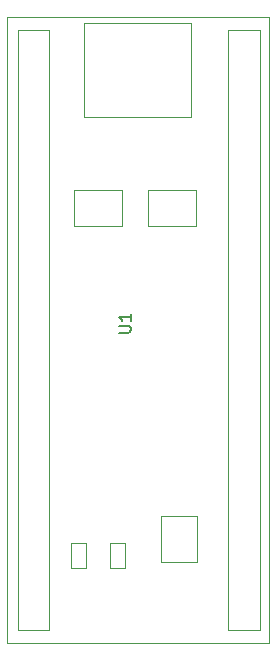
<source format=gbr>
%TF.GenerationSoftware,KiCad,Pcbnew,(6.0.6)*%
%TF.CreationDate,2022-08-26T12:21:53+07:00*%
%TF.ProjectId,test,74657374-2e6b-4696-9361-645f70636258,rev?*%
%TF.SameCoordinates,Original*%
%TF.FileFunction,Legend,Top*%
%TF.FilePolarity,Positive*%
%FSLAX46Y46*%
G04 Gerber Fmt 4.6, Leading zero omitted, Abs format (unit mm)*
G04 Created by KiCad (PCBNEW (6.0.6)) date 2022-08-26 12:21:53*
%MOMM*%
%LPD*%
G01*
G04 APERTURE LIST*
%ADD10C,0.150000*%
%ADD11C,0.120000*%
G04 APERTURE END LIST*
D10*
%TO.C,U1*%
X108799380Y-95376904D02*
X109608904Y-95376904D01*
X109704142Y-95329285D01*
X109751761Y-95281666D01*
X109799380Y-95186428D01*
X109799380Y-94995952D01*
X109751761Y-94900714D01*
X109704142Y-94853095D01*
X109608904Y-94805476D01*
X108799380Y-94805476D01*
X109799380Y-93805476D02*
X109799380Y-94376904D01*
X109799380Y-94091190D02*
X108799380Y-94091190D01*
X108942238Y-94186428D01*
X109037476Y-94281666D01*
X109085095Y-94376904D01*
D11*
X100243000Y-69723000D02*
X100243000Y-120571000D01*
X118050000Y-69723000D02*
X118050000Y-120571000D01*
X120710000Y-69723000D02*
X120710000Y-120571000D01*
X118050000Y-120571000D02*
X120710000Y-120571000D01*
X118050000Y-69723000D02*
X120710000Y-69723000D01*
X102903000Y-69723000D02*
X102903000Y-120571000D01*
X100243000Y-120571000D02*
X102903000Y-120571000D01*
X100243000Y-69723000D02*
X102903000Y-69723000D01*
X115443000Y-114808000D02*
X112395000Y-114808000D01*
X112395000Y-114808000D02*
X112395000Y-110871000D01*
X112395000Y-110871000D02*
X115443000Y-110871000D01*
X115443000Y-110871000D02*
X115443000Y-114808000D01*
X105863000Y-69123000D02*
X114863000Y-69123000D01*
X114863000Y-69123000D02*
X114863000Y-77123000D01*
X114863000Y-77123000D02*
X105863000Y-77123000D01*
X105863000Y-77123000D02*
X105863000Y-69123000D01*
X99349000Y-68623000D02*
X121539000Y-68623000D01*
X121539000Y-68623000D02*
X121539000Y-121623000D01*
X121539000Y-121623000D02*
X99349000Y-121623000D01*
X99349000Y-121623000D02*
X99349000Y-68623000D01*
X104775000Y-115316000D02*
X106045000Y-115316000D01*
X106045000Y-115316000D02*
X106045000Y-113157000D01*
X106045000Y-113157000D02*
X104775000Y-113157000D01*
X104775000Y-113157000D02*
X104775000Y-115316000D01*
X108077000Y-115316000D02*
X109347000Y-115316000D01*
X109347000Y-115316000D02*
X109347000Y-113157000D01*
X109347000Y-113157000D02*
X108077000Y-113157000D01*
X108077000Y-113157000D02*
X108077000Y-115316000D01*
X109093000Y-83312000D02*
X105029000Y-83312000D01*
X105029000Y-83312000D02*
X105029000Y-86360000D01*
X105029000Y-86360000D02*
X109093000Y-86360000D01*
X109093000Y-86360000D02*
X109093000Y-83312000D01*
X115316000Y-83312000D02*
X111252000Y-83312000D01*
X111252000Y-83312000D02*
X111252000Y-86360000D01*
X111252000Y-86360000D02*
X115316000Y-86360000D01*
X115316000Y-86360000D02*
X115316000Y-83312000D01*
%TD*%
M02*

</source>
